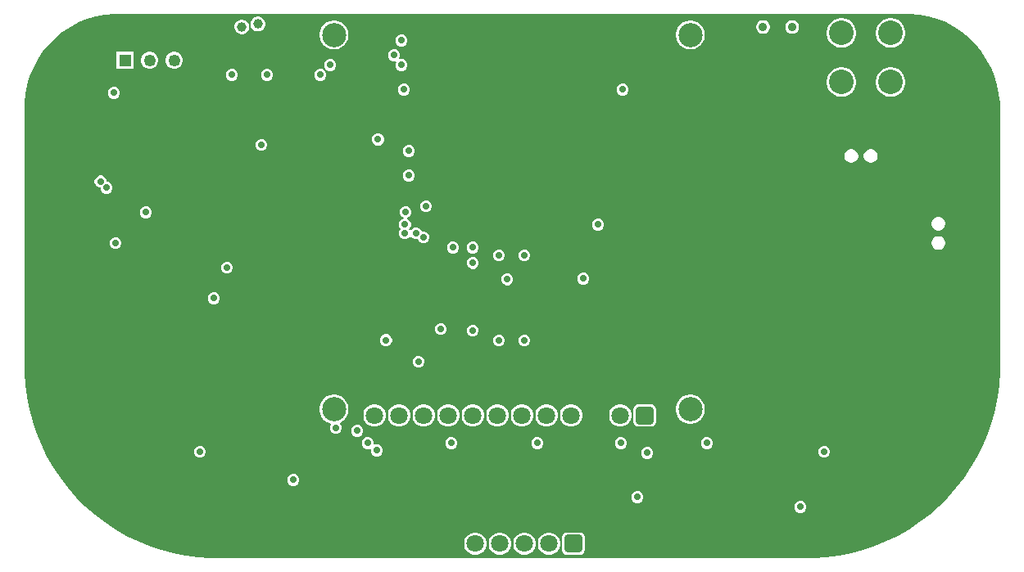
<source format=gbr>
%TF.GenerationSoftware,Altium Limited,Altium Designer,23.8.1 (32)*%
G04 Layer_Physical_Order=2*
G04 Layer_Color=36540*
%FSLAX26Y26*%
%MOIN*%
%TF.SameCoordinates,3D9DC474-E985-4460-AF93-8E70B63C00C8*%
%TF.FilePolarity,Positive*%
%TF.FileFunction,Copper,L2,Inr,Signal*%
%TF.Part,Single*%
G01*
G75*
%TA.AperFunction,ComponentPad*%
%ADD51C,0.049213*%
%ADD52R,0.049213X0.049213*%
%ADD53C,0.100000*%
%ADD54C,0.070866*%
G04:AMPARAMS|DCode=55|XSize=70.866mil|YSize=70.866mil|CornerRadius=8.858mil|HoleSize=0mil|Usage=FLASHONLY|Rotation=180.000|XOffset=0mil|YOffset=0mil|HoleType=Round|Shape=RoundedRectangle|*
%AMROUNDEDRECTD55*
21,1,0.070866,0.053150,0,0,180.0*
21,1,0.053150,0.070866,0,0,180.0*
1,1,0.017716,-0.026575,0.026575*
1,1,0.017716,0.026575,0.026575*
1,1,0.017716,0.026575,-0.026575*
1,1,0.017716,-0.026575,-0.026575*
%
%ADD55ROUNDEDRECTD55*%
%ADD58C,0.039370*%
%ADD59C,0.035430*%
%TA.AperFunction,ViaPad*%
%ADD60C,0.028000*%
%ADD61C,0.098425*%
G36*
X1656517Y1106002D02*
X1693588Y1098628D01*
X1729761Y1087655D01*
X1764682Y1073190D01*
X1798017Y1055372D01*
X1829446Y1034372D01*
X1858665Y1010392D01*
X1885392Y983665D01*
X1909372Y954446D01*
X1930372Y923017D01*
X1948190Y889681D01*
X1962655Y854761D01*
X1973628Y818588D01*
X1981002Y781517D01*
X1984707Y743900D01*
Y725000D01*
Y-325000D01*
Y-350688D01*
X1981346Y-401956D01*
X1974640Y-452895D01*
X1964617Y-503283D01*
X1951320Y-552910D01*
X1934804Y-601562D01*
X1915144Y-649027D01*
X1892419Y-695107D01*
X1866731Y-739601D01*
X1838188Y-782319D01*
X1806912Y-823079D01*
X1773035Y-861708D01*
X1736707Y-898036D01*
X1698080Y-931911D01*
X1657319Y-963188D01*
X1614600Y-991731D01*
X1570107Y-1017420D01*
X1524027Y-1040144D01*
X1476562Y-1059805D01*
X1427910Y-1076320D01*
X1378283Y-1089617D01*
X1327895Y-1099640D01*
X1276956Y-1106346D01*
X1225688Y-1109707D01*
X-1225688D01*
X-1276956Y-1106346D01*
X-1327895Y-1099640D01*
X-1378283Y-1089617D01*
X-1427910Y-1076320D01*
X-1476562Y-1059805D01*
X-1524027Y-1040144D01*
X-1570107Y-1017420D01*
X-1614601Y-991731D01*
X-1657319Y-963188D01*
X-1698079Y-931912D01*
X-1736708Y-898035D01*
X-1773036Y-861707D01*
X-1806911Y-823080D01*
X-1838188Y-782319D01*
X-1866732Y-739600D01*
X-1892420Y-695107D01*
X-1915144Y-649027D01*
X-1934805Y-601562D01*
X-1951320Y-552911D01*
X-1964617Y-503283D01*
X-1974640Y-452895D01*
X-1981346Y-401956D01*
X-1984707Y-350688D01*
Y-325000D01*
Y725000D01*
Y743899D01*
X-1981002Y781517D01*
X-1973628Y818588D01*
X-1962655Y854761D01*
X-1948190Y889682D01*
X-1930372Y923017D01*
X-1909372Y954446D01*
X-1885392Y983665D01*
X-1858665Y1010392D01*
X-1829446Y1034372D01*
X-1798017Y1055372D01*
X-1764681Y1073190D01*
X-1729761Y1087655D01*
X-1693588Y1098628D01*
X-1656517Y1106002D01*
X-1618900Y1109707D01*
X1618899D01*
X1656517Y1106002D01*
D02*
G37*
%LPC*%
G36*
X-1030812Y1096495D02*
X-1038628D01*
X-1046178Y1094472D01*
X-1052947Y1090564D01*
X-1058474Y1085037D01*
X-1062382Y1078268D01*
X-1064405Y1070718D01*
Y1062902D01*
X-1062382Y1055352D01*
X-1058474Y1048583D01*
X-1052947Y1043056D01*
X-1046178Y1039148D01*
X-1038628Y1037125D01*
X-1030812D01*
X-1023262Y1039148D01*
X-1016493Y1043056D01*
X-1010966Y1048583D01*
X-1007058Y1055352D01*
X-1005035Y1062902D01*
Y1070718D01*
X-1007058Y1078268D01*
X-1010966Y1085037D01*
X-1016493Y1090564D01*
X-1023262Y1094472D01*
X-1030812Y1096495D01*
D02*
G37*
G36*
X1142709Y1082715D02*
X1135411D01*
X1128362Y1080826D01*
X1122043Y1077178D01*
X1116882Y1072017D01*
X1113234Y1065698D01*
X1111345Y1058649D01*
Y1051351D01*
X1113234Y1044302D01*
X1116882Y1037983D01*
X1122043Y1032822D01*
X1128362Y1029174D01*
X1135411Y1027285D01*
X1142709D01*
X1149758Y1029174D01*
X1156077Y1032822D01*
X1161238Y1037983D01*
X1164886Y1044302D01*
X1166775Y1051351D01*
Y1058649D01*
X1164886Y1065698D01*
X1161238Y1072017D01*
X1156077Y1077178D01*
X1149758Y1080826D01*
X1142709Y1082715D01*
D02*
G37*
G36*
X1024589D02*
X1017291D01*
X1010242Y1080826D01*
X1003923Y1077178D01*
X998762Y1072017D01*
X995114Y1065698D01*
X993225Y1058649D01*
Y1051351D01*
X995114Y1044302D01*
X998762Y1037983D01*
X1003923Y1032822D01*
X1010242Y1029174D01*
X1017291Y1027285D01*
X1024589D01*
X1031638Y1029174D01*
X1037957Y1032822D01*
X1043118Y1037983D01*
X1046766Y1044302D01*
X1048655Y1051351D01*
Y1058649D01*
X1046766Y1065698D01*
X1043118Y1072017D01*
X1037957Y1077178D01*
X1031638Y1080826D01*
X1024589Y1082715D01*
D02*
G37*
G36*
X-1095776Y1084685D02*
X-1103592D01*
X-1111142Y1082662D01*
X-1117911Y1078754D01*
X-1123438Y1073227D01*
X-1127346Y1066458D01*
X-1129369Y1058908D01*
Y1051092D01*
X-1127346Y1043542D01*
X-1123438Y1036773D01*
X-1117911Y1031246D01*
X-1111142Y1027338D01*
X-1103592Y1025315D01*
X-1095776D01*
X-1088226Y1027338D01*
X-1081457Y1031246D01*
X-1075930Y1036773D01*
X-1072022Y1043542D01*
X-1069999Y1051092D01*
Y1058908D01*
X-1072022Y1066458D01*
X-1075930Y1073227D01*
X-1081457Y1078754D01*
X-1088226Y1082662D01*
X-1095776Y1084685D01*
D02*
G37*
G36*
X-445226Y1024000D02*
X-454774D01*
X-463595Y1020346D01*
X-470346Y1013595D01*
X-474000Y1004774D01*
Y995226D01*
X-470346Y986405D01*
X-463595Y979654D01*
X-454774Y976000D01*
X-445226D01*
X-436405Y979654D01*
X-429654Y986405D01*
X-426000Y995226D01*
Y1004774D01*
X-429654Y1013595D01*
X-436405Y1020346D01*
X-445226Y1024000D01*
D02*
G37*
G36*
X1545909Y1090000D02*
X1534091D01*
X1522499Y1087694D01*
X1511579Y1083171D01*
X1501752Y1076605D01*
X1493395Y1068248D01*
X1486829Y1058421D01*
X1482306Y1047501D01*
X1480000Y1035909D01*
Y1024091D01*
X1482306Y1012499D01*
X1486829Y1001579D01*
X1493395Y991752D01*
X1501752Y983395D01*
X1511579Y976829D01*
X1522499Y972306D01*
X1534091Y970000D01*
X1545909D01*
X1557501Y972306D01*
X1568421Y976829D01*
X1578248Y983395D01*
X1586605Y991752D01*
X1593171Y1001579D01*
X1597694Y1012499D01*
X1600000Y1024091D01*
Y1035909D01*
X1597694Y1047501D01*
X1593171Y1058421D01*
X1586605Y1068248D01*
X1578248Y1076605D01*
X1568421Y1083171D01*
X1557501Y1087694D01*
X1545909Y1090000D01*
D02*
G37*
G36*
X1345909D02*
X1334091D01*
X1322499Y1087694D01*
X1311579Y1083171D01*
X1301752Y1076605D01*
X1293395Y1068248D01*
X1286829Y1058421D01*
X1282306Y1047501D01*
X1280000Y1035909D01*
Y1024091D01*
X1282306Y1012499D01*
X1286829Y1001579D01*
X1293395Y991752D01*
X1301752Y983395D01*
X1311579Y976829D01*
X1322499Y972306D01*
X1334091Y970000D01*
X1345909D01*
X1357501Y972306D01*
X1368421Y976829D01*
X1378248Y983395D01*
X1386605Y991752D01*
X1393171Y1001579D01*
X1397694Y1012499D01*
X1400000Y1024091D01*
Y1035909D01*
X1397694Y1047501D01*
X1393171Y1058421D01*
X1386605Y1068248D01*
X1378248Y1076605D01*
X1368421Y1083171D01*
X1357501Y1087694D01*
X1345909Y1090000D01*
D02*
G37*
G36*
X730832Y1081713D02*
X719168D01*
X707728Y1079437D01*
X696952Y1074974D01*
X687254Y1068493D01*
X679007Y1060246D01*
X672527Y1050548D01*
X668063Y1039772D01*
X665787Y1028332D01*
Y1016668D01*
X668063Y1005228D01*
X672527Y994452D01*
X679007Y984754D01*
X687254Y976507D01*
X696952Y970027D01*
X707728Y965563D01*
X719168Y963287D01*
X730832D01*
X742272Y965563D01*
X753048Y970027D01*
X762746Y976507D01*
X770993Y984754D01*
X777473Y994452D01*
X781937Y1005228D01*
X784213Y1016668D01*
Y1028332D01*
X781937Y1039772D01*
X777473Y1050548D01*
X770993Y1060246D01*
X762746Y1068493D01*
X753048Y1074974D01*
X742272Y1079437D01*
X730832Y1081713D01*
D02*
G37*
G36*
X-719168D02*
X-730832D01*
X-742272Y1079437D01*
X-753048Y1074974D01*
X-762746Y1068493D01*
X-770993Y1060246D01*
X-777473Y1050548D01*
X-781937Y1039772D01*
X-784213Y1028332D01*
Y1016668D01*
X-781937Y1005228D01*
X-777473Y994452D01*
X-770993Y984754D01*
X-762746Y976507D01*
X-753048Y970027D01*
X-742272Y965563D01*
X-730832Y963287D01*
X-719168D01*
X-707728Y965563D01*
X-696952Y970027D01*
X-687254Y976507D01*
X-679007Y984754D01*
X-672527Y994452D01*
X-668063Y1005228D01*
X-665787Y1016668D01*
Y1028332D01*
X-668063Y1039772D01*
X-672527Y1050548D01*
X-679007Y1060246D01*
X-687254Y1068493D01*
X-696952Y1074974D01*
X-707728Y1079437D01*
X-719168Y1081713D01*
D02*
G37*
G36*
X-1370444Y954016D02*
X-1379556D01*
X-1388358Y951657D01*
X-1396249Y947101D01*
X-1402692Y940658D01*
X-1407248Y932767D01*
X-1409606Y923966D01*
Y914854D01*
X-1407248Y906052D01*
X-1402692Y898161D01*
X-1396249Y891718D01*
X-1388358Y887162D01*
X-1379556Y884803D01*
X-1370444D01*
X-1361642Y887162D01*
X-1353751Y891718D01*
X-1347308Y898161D01*
X-1342752Y906052D01*
X-1340394Y914854D01*
Y923966D01*
X-1342752Y932767D01*
X-1347308Y940658D01*
X-1353751Y947101D01*
X-1361642Y951657D01*
X-1370444Y954016D01*
D02*
G37*
G36*
X-1470444D02*
X-1479556D01*
X-1488358Y951657D01*
X-1496249Y947101D01*
X-1502692Y940658D01*
X-1507248Y932767D01*
X-1509606Y923966D01*
Y914854D01*
X-1507248Y906052D01*
X-1502692Y898161D01*
X-1496249Y891718D01*
X-1488358Y887162D01*
X-1479556Y884803D01*
X-1470444D01*
X-1461642Y887162D01*
X-1453751Y891718D01*
X-1447308Y898161D01*
X-1442752Y906052D01*
X-1440394Y914854D01*
Y923966D01*
X-1442752Y932767D01*
X-1447308Y940658D01*
X-1453751Y947101D01*
X-1461642Y951657D01*
X-1470444Y954016D01*
D02*
G37*
G36*
X-1540394D02*
X-1609606D01*
Y884803D01*
X-1540394D01*
Y954016D01*
D02*
G37*
G36*
X-475226Y964000D02*
X-484774D01*
X-493595Y960346D01*
X-500346Y953595D01*
X-504000Y944774D01*
Y935226D01*
X-500346Y926405D01*
X-493595Y919654D01*
X-484774Y916000D01*
X-475226D01*
X-474169Y916438D01*
X-473495Y915937D01*
X-470839Y912405D01*
X-474000Y904774D01*
Y895226D01*
X-470346Y886405D01*
X-463595Y879654D01*
X-454774Y876000D01*
X-445226D01*
X-436405Y879654D01*
X-429654Y886405D01*
X-426000Y895226D01*
Y904774D01*
X-429654Y913595D01*
X-436405Y920346D01*
X-445226Y924000D01*
X-454774D01*
X-455831Y923562D01*
X-456505Y924063D01*
X-459161Y927595D01*
X-456000Y935226D01*
Y944774D01*
X-459654Y953595D01*
X-466405Y960346D01*
X-475226Y964000D01*
D02*
G37*
G36*
X-735226Y924000D02*
X-744774D01*
X-753595Y920346D01*
X-760346Y913595D01*
X-764000Y904774D01*
Y895226D01*
X-760346Y886405D01*
X-753595Y879654D01*
X-744774Y876000D01*
X-735226D01*
X-726405Y879654D01*
X-719654Y886405D01*
X-716000Y895226D01*
Y904774D01*
X-719654Y913595D01*
X-726405Y920346D01*
X-735226Y924000D01*
D02*
G37*
G36*
X-775344Y884000D02*
X-784892D01*
X-793713Y880346D01*
X-800464Y873595D01*
X-804118Y864774D01*
Y855226D01*
X-800464Y846405D01*
X-793713Y839654D01*
X-784892Y836000D01*
X-775344D01*
X-766523Y839654D01*
X-759772Y846405D01*
X-756118Y855226D01*
Y864774D01*
X-759772Y873595D01*
X-766523Y880346D01*
X-775344Y884000D01*
D02*
G37*
G36*
X-992546D02*
X-1002094D01*
X-1010915Y880346D01*
X-1017666Y873595D01*
X-1021320Y864774D01*
Y855226D01*
X-1017666Y846405D01*
X-1010915Y839654D01*
X-1002094Y836000D01*
X-992546D01*
X-983725Y839654D01*
X-976974Y846405D01*
X-973320Y855226D01*
Y864774D01*
X-976974Y873595D01*
X-983725Y880346D01*
X-992546Y884000D01*
D02*
G37*
G36*
X-1135226D02*
X-1144774D01*
X-1153595Y880346D01*
X-1160346Y873595D01*
X-1164000Y864774D01*
Y855226D01*
X-1160346Y846405D01*
X-1153595Y839654D01*
X-1144774Y836000D01*
X-1135226D01*
X-1126405Y839654D01*
X-1119654Y846405D01*
X-1116000Y855226D01*
Y864774D01*
X-1119654Y873595D01*
X-1126405Y880346D01*
X-1135226Y884000D01*
D02*
G37*
G36*
X454774Y824000D02*
X445226D01*
X436405Y820346D01*
X429654Y813595D01*
X426000Y804774D01*
Y795226D01*
X429654Y786405D01*
X436405Y779654D01*
X445226Y776000D01*
X454774D01*
X463595Y779654D01*
X470346Y786405D01*
X474000Y795226D01*
Y804774D01*
X470346Y813595D01*
X463595Y820346D01*
X454774Y824000D01*
D02*
G37*
G36*
X-434954D02*
X-444502D01*
X-453323Y820346D01*
X-460074Y813595D01*
X-463728Y804774D01*
Y795226D01*
X-460074Y786405D01*
X-453323Y779654D01*
X-444502Y776000D01*
X-434954D01*
X-426133Y779654D01*
X-419382Y786405D01*
X-415728Y795226D01*
Y804774D01*
X-419382Y813595D01*
X-426133Y820346D01*
X-434954Y824000D01*
D02*
G37*
G36*
X1545909Y890000D02*
X1534091D01*
X1522499Y887694D01*
X1511579Y883171D01*
X1501752Y876605D01*
X1493395Y868248D01*
X1486829Y858421D01*
X1482306Y847501D01*
X1480000Y835909D01*
Y824091D01*
X1482306Y812499D01*
X1486829Y801579D01*
X1493395Y791752D01*
X1501752Y783395D01*
X1511579Y776829D01*
X1522499Y772306D01*
X1534091Y770000D01*
X1545909D01*
X1557501Y772306D01*
X1568421Y776829D01*
X1578248Y783395D01*
X1586605Y791752D01*
X1593171Y801579D01*
X1597694Y812499D01*
X1600000Y824091D01*
Y835909D01*
X1597694Y847501D01*
X1593171Y858421D01*
X1586605Y868248D01*
X1578248Y876605D01*
X1568421Y883171D01*
X1557501Y887694D01*
X1545909Y890000D01*
D02*
G37*
G36*
X1345909D02*
X1334091D01*
X1322499Y887694D01*
X1311579Y883171D01*
X1301752Y876605D01*
X1293395Y868248D01*
X1286829Y858421D01*
X1282306Y847501D01*
X1280000Y835909D01*
Y824091D01*
X1282306Y812499D01*
X1286829Y801579D01*
X1293395Y791752D01*
X1301752Y783395D01*
X1311579Y776829D01*
X1322499Y772306D01*
X1334091Y770000D01*
X1345909D01*
X1357501Y772306D01*
X1368421Y776829D01*
X1378248Y783395D01*
X1386605Y791752D01*
X1393171Y801579D01*
X1397694Y812499D01*
X1400000Y824091D01*
Y835909D01*
X1397694Y847501D01*
X1393171Y858421D01*
X1386605Y868248D01*
X1378248Y876605D01*
X1368421Y883171D01*
X1357501Y887694D01*
X1345909Y890000D01*
D02*
G37*
G36*
X-1615322Y810526D02*
X-1624870D01*
X-1633691Y806873D01*
X-1640442Y800121D01*
X-1644096Y791300D01*
Y781753D01*
X-1640442Y772932D01*
X-1633691Y766180D01*
X-1624870Y762526D01*
X-1615322D01*
X-1606501Y766180D01*
X-1599750Y772932D01*
X-1596096Y781753D01*
Y791300D01*
X-1599750Y800121D01*
X-1606501Y806873D01*
X-1615322Y810526D01*
D02*
G37*
G36*
X-540896Y620760D02*
X-550444D01*
X-559265Y617106D01*
X-566016Y610355D01*
X-569670Y601534D01*
Y591986D01*
X-566016Y583165D01*
X-559265Y576414D01*
X-550444Y572760D01*
X-540896D01*
X-532075Y576414D01*
X-525324Y583165D01*
X-521670Y591986D01*
Y601534D01*
X-525324Y610355D01*
X-532075Y617106D01*
X-540896Y620760D01*
D02*
G37*
G36*
X-1015226Y599000D02*
X-1024774D01*
X-1033595Y595346D01*
X-1040346Y588595D01*
X-1044000Y579774D01*
Y570226D01*
X-1040346Y561405D01*
X-1033595Y554654D01*
X-1024774Y551000D01*
X-1015226D01*
X-1006405Y554654D01*
X-999654Y561405D01*
X-996000Y570226D01*
Y579774D01*
X-999654Y588595D01*
X-1006405Y595346D01*
X-1015226Y599000D01*
D02*
G37*
G36*
X-415226Y574000D02*
X-424774D01*
X-433595Y570346D01*
X-440346Y563595D01*
X-444000Y554774D01*
Y545226D01*
X-440346Y536405D01*
X-433595Y529654D01*
X-424774Y526000D01*
X-415226D01*
X-406405Y529654D01*
X-399654Y536405D01*
X-396000Y545226D01*
Y554774D01*
X-399654Y563595D01*
X-406405Y570346D01*
X-415226Y574000D01*
D02*
G37*
G36*
X1462389Y557045D02*
X1455091D01*
X1448042Y555156D01*
X1441723Y551508D01*
X1436562Y546347D01*
X1432914Y540028D01*
X1431025Y532979D01*
Y525681D01*
X1432914Y518632D01*
X1436562Y512313D01*
X1441723Y507152D01*
X1448042Y503504D01*
X1455091Y501615D01*
X1462389D01*
X1469438Y503504D01*
X1475757Y507152D01*
X1480918Y512313D01*
X1484566Y518632D01*
X1486455Y525681D01*
Y532979D01*
X1484566Y540028D01*
X1480918Y546347D01*
X1475757Y551508D01*
X1469438Y555156D01*
X1462389Y557045D01*
D02*
G37*
G36*
X1383649D02*
X1376351D01*
X1369302Y555156D01*
X1362983Y551508D01*
X1357822Y546347D01*
X1354174Y540028D01*
X1352285Y532979D01*
Y525681D01*
X1354174Y518632D01*
X1357822Y512313D01*
X1362983Y507152D01*
X1369302Y503504D01*
X1376351Y501615D01*
X1383649D01*
X1390698Y503504D01*
X1397017Y507152D01*
X1402178Y512313D01*
X1405826Y518632D01*
X1407715Y525681D01*
Y532979D01*
X1405826Y540028D01*
X1402178Y546347D01*
X1397017Y551508D01*
X1390698Y555156D01*
X1383649Y557045D01*
D02*
G37*
G36*
X-415226Y474000D02*
X-424774D01*
X-433595Y470346D01*
X-440346Y463595D01*
X-444000Y454774D01*
Y445226D01*
X-440346Y436405D01*
X-433595Y429654D01*
X-424774Y426000D01*
X-415226D01*
X-406405Y429654D01*
X-399654Y436405D01*
X-396000Y445226D01*
Y454774D01*
X-399654Y463595D01*
X-406405Y470346D01*
X-415226Y474000D01*
D02*
G37*
G36*
X-1670226Y449900D02*
X-1679774D01*
X-1688595Y446246D01*
X-1695346Y439495D01*
X-1699000Y430674D01*
Y421126D01*
X-1695346Y412305D01*
X-1688595Y405554D01*
X-1679774Y401900D01*
X-1674000D01*
Y395226D01*
X-1670346Y386405D01*
X-1663595Y379654D01*
X-1654774Y376000D01*
X-1645226D01*
X-1636405Y379654D01*
X-1629654Y386405D01*
X-1626000Y395226D01*
Y404774D01*
X-1629654Y413595D01*
X-1636405Y420346D01*
X-1645226Y424000D01*
X-1651000D01*
Y430674D01*
X-1654654Y439495D01*
X-1661405Y446246D01*
X-1670226Y449900D01*
D02*
G37*
G36*
X-345226Y348686D02*
X-354774D01*
X-363595Y345032D01*
X-370346Y338281D01*
X-374000Y329460D01*
Y319912D01*
X-370346Y311091D01*
X-363595Y304339D01*
X-354774Y300686D01*
X-345226D01*
X-336405Y304339D01*
X-329654Y311091D01*
X-326000Y319912D01*
Y329460D01*
X-329654Y338281D01*
X-336405Y345032D01*
X-345226Y348686D01*
D02*
G37*
G36*
X-1485226Y324000D02*
X-1494774D01*
X-1503595Y320346D01*
X-1510346Y313595D01*
X-1514000Y304774D01*
Y295226D01*
X-1510346Y286405D01*
X-1503595Y279654D01*
X-1494774Y276000D01*
X-1485226D01*
X-1476405Y279654D01*
X-1469654Y286405D01*
X-1466000Y295226D01*
Y304774D01*
X-1469654Y313595D01*
X-1476405Y320346D01*
X-1485226Y324000D01*
D02*
G37*
G36*
X1737979Y281455D02*
X1730681D01*
X1723632Y279566D01*
X1717313Y275918D01*
X1712152Y270757D01*
X1708504Y264438D01*
X1706615Y257389D01*
Y250091D01*
X1708504Y243042D01*
X1712152Y236723D01*
X1717313Y231562D01*
X1723632Y227914D01*
X1730681Y226025D01*
X1737979D01*
X1745028Y227914D01*
X1751347Y231562D01*
X1756508Y236723D01*
X1760156Y243042D01*
X1762045Y250091D01*
Y257389D01*
X1760156Y264438D01*
X1756508Y270757D01*
X1751347Y275918D01*
X1745028Y279566D01*
X1737979Y281455D01*
D02*
G37*
G36*
X354774Y274000D02*
X345226D01*
X336405Y270346D01*
X329654Y263595D01*
X326000Y254774D01*
Y245226D01*
X329654Y236405D01*
X336405Y229654D01*
X345226Y226000D01*
X354774D01*
X363595Y229654D01*
X370346Y236405D01*
X374000Y245226D01*
Y254774D01*
X370346Y263595D01*
X363595Y270346D01*
X354774Y274000D01*
D02*
G37*
G36*
X-428573Y325182D02*
X-438121D01*
X-446942Y321528D01*
X-453693Y314777D01*
X-457347Y305956D01*
Y296408D01*
X-453693Y287587D01*
X-446942Y280836D01*
X-441643Y278640D01*
X-441595Y278376D01*
X-442140Y273435D01*
X-449619Y270337D01*
X-456370Y263585D01*
X-460024Y254764D01*
Y245217D01*
X-456370Y236396D01*
X-451958Y231983D01*
X-456370Y227571D01*
X-460024Y218750D01*
Y209202D01*
X-456370Y200381D01*
X-449619Y193630D01*
X-440798Y189976D01*
X-431250D01*
X-422429Y193630D01*
X-416517Y199542D01*
X-413565Y200031D01*
X-410613Y199542D01*
X-404701Y193630D01*
X-395880Y189976D01*
X-386332D01*
X-383577Y191117D01*
X-381123Y185194D01*
X-374372Y178443D01*
X-365551Y174789D01*
X-356003D01*
X-347182Y178443D01*
X-340431Y185194D01*
X-336777Y194015D01*
Y203563D01*
X-340431Y212384D01*
X-347182Y219135D01*
X-356003Y222789D01*
X-365551D01*
X-368306Y221648D01*
X-370760Y227571D01*
X-377511Y234322D01*
X-386332Y237976D01*
X-395880D01*
X-404701Y234322D01*
X-410613Y228410D01*
X-413565Y227921D01*
X-416517Y228410D01*
X-420090Y231983D01*
X-415678Y236396D01*
X-412024Y245217D01*
Y254764D01*
X-415678Y263585D01*
X-422429Y270337D01*
X-427728Y272532D01*
X-427776Y272796D01*
X-427231Y277738D01*
X-419752Y280836D01*
X-413001Y287587D01*
X-409347Y296408D01*
Y305956D01*
X-413001Y314777D01*
X-419752Y321528D01*
X-428573Y325182D01*
D02*
G37*
G36*
X-1608616Y199000D02*
X-1618164D01*
X-1626985Y195346D01*
X-1633736Y188595D01*
X-1637390Y179774D01*
Y170226D01*
X-1633736Y161405D01*
X-1626985Y154654D01*
X-1618164Y151000D01*
X-1608616D01*
X-1599795Y154654D01*
X-1593044Y161405D01*
X-1589390Y170226D01*
Y179774D01*
X-1593044Y188595D01*
X-1599795Y195346D01*
X-1608616Y199000D01*
D02*
G37*
G36*
X1737979Y202715D02*
X1730681D01*
X1723632Y200826D01*
X1717313Y197178D01*
X1712152Y192017D01*
X1708504Y185698D01*
X1706615Y178649D01*
Y171351D01*
X1708504Y164302D01*
X1712152Y157983D01*
X1717313Y152822D01*
X1723632Y149174D01*
X1730681Y147285D01*
X1737979D01*
X1745028Y149174D01*
X1751347Y152822D01*
X1756508Y157983D01*
X1760156Y164302D01*
X1762045Y171351D01*
Y178649D01*
X1760156Y185698D01*
X1756508Y192017D01*
X1751347Y197178D01*
X1745028Y200826D01*
X1737979Y202715D01*
D02*
G37*
G36*
X-155226Y180496D02*
X-164774D01*
X-173595Y176842D01*
X-180346Y170091D01*
X-184000Y161270D01*
Y151722D01*
X-180346Y142901D01*
X-173595Y136150D01*
X-164774Y132496D01*
X-155226D01*
X-146405Y136150D01*
X-139654Y142901D01*
X-136000Y151722D01*
Y161270D01*
X-139654Y170091D01*
X-146405Y176842D01*
X-155226Y180496D01*
D02*
G37*
G36*
X-236394D02*
X-245942D01*
X-254763Y176842D01*
X-261514Y170091D01*
X-265168Y161270D01*
Y151722D01*
X-261514Y142901D01*
X-254763Y136150D01*
X-245942Y132496D01*
X-236394D01*
X-227573Y136150D01*
X-220822Y142901D01*
X-217168Y151722D01*
Y161270D01*
X-220822Y170091D01*
X-227573Y176842D01*
X-236394Y180496D01*
D02*
G37*
G36*
X54774Y149000D02*
X45226D01*
X36405Y145346D01*
X29654Y138595D01*
X26000Y129774D01*
Y120226D01*
X29654Y111405D01*
X36405Y104654D01*
X45226Y101000D01*
X54774D01*
X63595Y104654D01*
X70346Y111405D01*
X74000Y120226D01*
Y129774D01*
X70346Y138595D01*
X63595Y145346D01*
X54774Y149000D01*
D02*
G37*
G36*
X-48376D02*
X-57924D01*
X-66745Y145346D01*
X-73496Y138595D01*
X-77150Y129774D01*
Y120226D01*
X-73496Y111405D01*
X-66745Y104654D01*
X-57924Y101000D01*
X-48376D01*
X-39555Y104654D01*
X-32804Y111405D01*
X-29150Y120226D01*
Y129774D01*
X-32804Y138595D01*
X-39555Y145346D01*
X-48376Y149000D01*
D02*
G37*
G36*
X-155226Y117504D02*
X-164774D01*
X-173595Y113850D01*
X-180346Y107099D01*
X-184000Y98278D01*
Y88730D01*
X-180346Y79909D01*
X-173595Y73158D01*
X-164774Y69504D01*
X-155226D01*
X-146405Y73158D01*
X-139654Y79909D01*
X-136000Y88730D01*
Y98278D01*
X-139654Y107099D01*
X-146405Y113850D01*
X-155226Y117504D01*
D02*
G37*
G36*
X-1155226Y99000D02*
X-1164774D01*
X-1173595Y95346D01*
X-1180346Y88595D01*
X-1184000Y79774D01*
Y70226D01*
X-1180346Y61405D01*
X-1173595Y54654D01*
X-1164774Y51000D01*
X-1155226D01*
X-1146405Y54654D01*
X-1139654Y61405D01*
X-1136000Y70226D01*
Y79774D01*
X-1139654Y88595D01*
X-1146405Y95346D01*
X-1155226Y99000D01*
D02*
G37*
G36*
X294774Y54000D02*
X285226D01*
X276405Y50346D01*
X269654Y43595D01*
X266000Y34774D01*
Y25226D01*
X269654Y16405D01*
X276405Y9654D01*
X285226Y6000D01*
X294774D01*
X303595Y9654D01*
X310346Y16405D01*
X314000Y25226D01*
Y34774D01*
X310346Y43595D01*
X303595Y50346D01*
X294774Y54000D01*
D02*
G37*
G36*
X-14916Y50890D02*
X-24464D01*
X-33285Y47236D01*
X-40036Y40485D01*
X-43690Y31664D01*
Y22116D01*
X-40036Y13295D01*
X-33285Y6544D01*
X-24464Y2890D01*
X-14916D01*
X-6095Y6544D01*
X656Y13295D01*
X4310Y22116D01*
Y31664D01*
X656Y40485D01*
X-6095Y47236D01*
X-14916Y50890D01*
D02*
G37*
G36*
X-1208616Y-26000D02*
X-1218164D01*
X-1226985Y-29654D01*
X-1233736Y-36405D01*
X-1237390Y-45226D01*
Y-54774D01*
X-1233736Y-63595D01*
X-1226985Y-70346D01*
X-1218164Y-74000D01*
X-1208616D01*
X-1199795Y-70346D01*
X-1193044Y-63595D01*
X-1189390Y-54774D01*
Y-45226D01*
X-1193044Y-36405D01*
X-1199795Y-29654D01*
X-1208616Y-26000D01*
D02*
G37*
G36*
X-285226Y-152102D02*
X-294774D01*
X-303595Y-155756D01*
X-310346Y-162507D01*
X-314000Y-171328D01*
Y-180876D01*
X-310346Y-189697D01*
X-303595Y-196448D01*
X-294774Y-200102D01*
X-285226D01*
X-276405Y-196448D01*
X-269654Y-189697D01*
X-266000Y-180876D01*
Y-171328D01*
X-269654Y-162507D01*
X-276405Y-155756D01*
X-285226Y-152102D01*
D02*
G37*
G36*
X-155226Y-157496D02*
X-164774D01*
X-173595Y-161150D01*
X-180346Y-167901D01*
X-184000Y-176722D01*
Y-186270D01*
X-180346Y-195091D01*
X-173595Y-201842D01*
X-164774Y-205496D01*
X-155226D01*
X-146405Y-201842D01*
X-139654Y-195091D01*
X-136000Y-186270D01*
Y-176722D01*
X-139654Y-167901D01*
X-146405Y-161150D01*
X-155226Y-157496D01*
D02*
G37*
G36*
X-508022Y-196482D02*
X-517570D01*
X-526391Y-200136D01*
X-533142Y-206887D01*
X-536796Y-215708D01*
Y-225256D01*
X-533142Y-234077D01*
X-526391Y-240828D01*
X-517570Y-244482D01*
X-508022D01*
X-499201Y-240828D01*
X-492450Y-234077D01*
X-488796Y-225256D01*
Y-215708D01*
X-492450Y-206887D01*
X-499201Y-200136D01*
X-508022Y-196482D01*
D02*
G37*
G36*
X54774Y-197850D02*
X45226D01*
X36405Y-201504D01*
X29654Y-208255D01*
X26000Y-217076D01*
Y-226624D01*
X29654Y-235445D01*
X36405Y-242196D01*
X45226Y-245850D01*
X54774D01*
X63595Y-242196D01*
X70346Y-235445D01*
X74000Y-226624D01*
Y-217076D01*
X70346Y-208255D01*
X63595Y-201504D01*
X54774Y-197850D01*
D02*
G37*
G36*
X-48376D02*
X-57924D01*
X-66745Y-201504D01*
X-73496Y-208255D01*
X-77150Y-217076D01*
Y-226624D01*
X-73496Y-235445D01*
X-66745Y-242196D01*
X-57924Y-245850D01*
X-48376D01*
X-39555Y-242196D01*
X-32804Y-235445D01*
X-29150Y-226624D01*
Y-217076D01*
X-32804Y-208255D01*
X-39555Y-201504D01*
X-48376Y-197850D01*
D02*
G37*
G36*
X-376722Y-284090D02*
X-386270D01*
X-395091Y-287744D01*
X-401842Y-294495D01*
X-405496Y-303316D01*
Y-312864D01*
X-401842Y-321685D01*
X-395091Y-328436D01*
X-386270Y-332090D01*
X-376722D01*
X-367901Y-328436D01*
X-361150Y-321685D01*
X-357496Y-312864D01*
Y-303316D01*
X-361150Y-294495D01*
X-367901Y-287744D01*
X-376722Y-284090D01*
D02*
G37*
G36*
X730832Y-443287D02*
X719168D01*
X707728Y-445563D01*
X696952Y-450026D01*
X687254Y-456507D01*
X679007Y-464754D01*
X672527Y-474452D01*
X668063Y-485228D01*
X665787Y-496668D01*
Y-508332D01*
X668063Y-519772D01*
X672527Y-530548D01*
X679007Y-540246D01*
X687254Y-548493D01*
X696952Y-554973D01*
X707728Y-559437D01*
X719168Y-561713D01*
X730832D01*
X742272Y-559437D01*
X753048Y-554973D01*
X762746Y-548493D01*
X770993Y-540246D01*
X777473Y-530548D01*
X781937Y-519772D01*
X784213Y-508332D01*
Y-496668D01*
X781937Y-485228D01*
X777473Y-474452D01*
X770993Y-464754D01*
X762746Y-456507D01*
X753048Y-450026D01*
X742272Y-445563D01*
X730832Y-443287D01*
D02*
G37*
G36*
X445981Y-482067D02*
X434019D01*
X422464Y-485163D01*
X412103Y-491145D01*
X403645Y-499603D01*
X397663Y-509964D01*
X394567Y-521519D01*
Y-533481D01*
X397663Y-545037D01*
X403645Y-555396D01*
X412103Y-563855D01*
X422464Y-569837D01*
X434019Y-572933D01*
X445981D01*
X457536Y-569837D01*
X467897Y-563855D01*
X476355Y-555396D01*
X482337Y-545037D01*
X485433Y-533481D01*
Y-521519D01*
X482337Y-509964D01*
X476355Y-499603D01*
X467897Y-491145D01*
X457536Y-485163D01*
X445981Y-482067D01*
D02*
G37*
G36*
X245981D02*
X234019D01*
X222464Y-485163D01*
X212103Y-491145D01*
X203645Y-499603D01*
X197663Y-509964D01*
X194567Y-521519D01*
Y-533481D01*
X197663Y-545037D01*
X203645Y-555396D01*
X212103Y-563855D01*
X222464Y-569837D01*
X234019Y-572933D01*
X245981D01*
X257536Y-569837D01*
X267897Y-563855D01*
X276355Y-555396D01*
X282337Y-545037D01*
X285433Y-533481D01*
Y-521519D01*
X282337Y-509964D01*
X276355Y-499603D01*
X267897Y-491145D01*
X257536Y-485163D01*
X245981Y-482067D01*
D02*
G37*
G36*
X145981D02*
X134019D01*
X122463Y-485163D01*
X112103Y-491145D01*
X103645Y-499603D01*
X97663Y-509964D01*
X94567Y-521519D01*
Y-533481D01*
X97663Y-545037D01*
X103645Y-555396D01*
X112103Y-563855D01*
X122463Y-569837D01*
X134019Y-572933D01*
X145981D01*
X157536Y-569837D01*
X167897Y-563855D01*
X176355Y-555396D01*
X182337Y-545037D01*
X185433Y-533481D01*
Y-521519D01*
X182337Y-509964D01*
X176355Y-499603D01*
X167897Y-491145D01*
X157536Y-485163D01*
X145981Y-482067D01*
D02*
G37*
G36*
X45981D02*
X34019D01*
X22463Y-485163D01*
X12104Y-491145D01*
X3645Y-499603D01*
X-2337Y-509964D01*
X-5433Y-521519D01*
Y-533481D01*
X-2337Y-545037D01*
X3645Y-555396D01*
X12104Y-563855D01*
X22463Y-569837D01*
X34019Y-572933D01*
X45981D01*
X57536Y-569837D01*
X67897Y-563855D01*
X76355Y-555396D01*
X82337Y-545037D01*
X85433Y-533481D01*
Y-521519D01*
X82337Y-509964D01*
X76355Y-499603D01*
X67897Y-491145D01*
X57536Y-485163D01*
X45981Y-482067D01*
D02*
G37*
G36*
X-54019D02*
X-65981D01*
X-77537Y-485163D01*
X-87897Y-491145D01*
X-96355Y-499603D01*
X-102337Y-509964D01*
X-105433Y-521519D01*
Y-533481D01*
X-102337Y-545037D01*
X-96355Y-555396D01*
X-87897Y-563855D01*
X-77537Y-569837D01*
X-65981Y-572933D01*
X-54019D01*
X-42464Y-569837D01*
X-32103Y-563855D01*
X-23645Y-555396D01*
X-17663Y-545037D01*
X-14567Y-533481D01*
Y-521519D01*
X-17663Y-509964D01*
X-23645Y-499603D01*
X-32103Y-491145D01*
X-42464Y-485163D01*
X-54019Y-482067D01*
D02*
G37*
G36*
X-154019D02*
X-165981D01*
X-177536Y-485163D01*
X-187897Y-491145D01*
X-196355Y-499603D01*
X-202337Y-509964D01*
X-205433Y-521519D01*
Y-533481D01*
X-202337Y-545037D01*
X-196355Y-555396D01*
X-187897Y-563855D01*
X-177536Y-569837D01*
X-165981Y-572933D01*
X-154019D01*
X-142464Y-569837D01*
X-132103Y-563855D01*
X-123645Y-555396D01*
X-117663Y-545037D01*
X-114567Y-533481D01*
Y-521519D01*
X-117663Y-509964D01*
X-123645Y-499603D01*
X-132103Y-491145D01*
X-142464Y-485163D01*
X-154019Y-482067D01*
D02*
G37*
G36*
X-254019D02*
X-265981D01*
X-277536Y-485163D01*
X-287897Y-491145D01*
X-296355Y-499603D01*
X-302337Y-509964D01*
X-305433Y-521519D01*
Y-533481D01*
X-302337Y-545037D01*
X-296355Y-555396D01*
X-287897Y-563855D01*
X-277536Y-569837D01*
X-265981Y-572933D01*
X-254019D01*
X-242464Y-569837D01*
X-232103Y-563855D01*
X-223645Y-555396D01*
X-217663Y-545037D01*
X-214567Y-533481D01*
Y-521519D01*
X-217663Y-509964D01*
X-223645Y-499603D01*
X-232103Y-491145D01*
X-242464Y-485163D01*
X-254019Y-482067D01*
D02*
G37*
G36*
X-354019D02*
X-365981D01*
X-377536Y-485163D01*
X-387897Y-491145D01*
X-396355Y-499603D01*
X-402337Y-509964D01*
X-405433Y-521519D01*
Y-533481D01*
X-402337Y-545037D01*
X-396355Y-555396D01*
X-387897Y-563855D01*
X-377536Y-569837D01*
X-365981Y-572933D01*
X-354019D01*
X-342464Y-569837D01*
X-332103Y-563855D01*
X-323645Y-555396D01*
X-317663Y-545037D01*
X-314567Y-533481D01*
Y-521519D01*
X-317663Y-509964D01*
X-323645Y-499603D01*
X-332103Y-491145D01*
X-342464Y-485163D01*
X-354019Y-482067D01*
D02*
G37*
G36*
X-454019D02*
X-465981D01*
X-477536Y-485163D01*
X-487897Y-491145D01*
X-496355Y-499603D01*
X-502337Y-509964D01*
X-505433Y-521519D01*
Y-533481D01*
X-502337Y-545037D01*
X-496355Y-555396D01*
X-487897Y-563855D01*
X-477536Y-569837D01*
X-465981Y-572933D01*
X-454019D01*
X-442464Y-569837D01*
X-432103Y-563855D01*
X-423645Y-555396D01*
X-417663Y-545037D01*
X-414567Y-533481D01*
Y-521519D01*
X-417663Y-509964D01*
X-423645Y-499603D01*
X-432103Y-491145D01*
X-442464Y-485163D01*
X-454019Y-482067D01*
D02*
G37*
G36*
X-554019D02*
X-565981D01*
X-577537Y-485163D01*
X-587896Y-491145D01*
X-596355Y-499603D01*
X-602337Y-509964D01*
X-605433Y-521519D01*
Y-533481D01*
X-602337Y-545037D01*
X-596355Y-555396D01*
X-587896Y-563855D01*
X-577537Y-569837D01*
X-565981Y-572933D01*
X-554019D01*
X-542463Y-569837D01*
X-532104Y-563855D01*
X-523645Y-555396D01*
X-517663Y-545037D01*
X-514567Y-533481D01*
Y-521519D01*
X-517663Y-509964D01*
X-523645Y-499603D01*
X-532104Y-491145D01*
X-542463Y-485163D01*
X-554019Y-482067D01*
D02*
G37*
G36*
X566575Y-481697D02*
X513425D01*
X506067Y-483161D01*
X499829Y-487329D01*
X495661Y-493567D01*
X494197Y-500925D01*
Y-554075D01*
X495661Y-561433D01*
X499829Y-567671D01*
X506067Y-571839D01*
X513425Y-573303D01*
X566575D01*
X573933Y-571839D01*
X580171Y-567671D01*
X584339Y-561433D01*
X585803Y-554075D01*
Y-500925D01*
X584339Y-493567D01*
X580171Y-487329D01*
X573933Y-483161D01*
X566575Y-481697D01*
D02*
G37*
G36*
X-719168Y-443287D02*
X-730832D01*
X-742272Y-445563D01*
X-753048Y-450026D01*
X-762746Y-456507D01*
X-770993Y-464754D01*
X-777473Y-474452D01*
X-781937Y-485228D01*
X-784213Y-496668D01*
Y-508332D01*
X-781937Y-519772D01*
X-777473Y-530548D01*
X-770993Y-540246D01*
X-762746Y-548493D01*
X-753048Y-554973D01*
X-742272Y-559437D01*
X-739417Y-560005D01*
X-737443Y-565495D01*
X-740438Y-572726D01*
Y-582274D01*
X-736785Y-591095D01*
X-730033Y-597846D01*
X-721212Y-601500D01*
X-711664D01*
X-702843Y-597846D01*
X-696092Y-591095D01*
X-692438Y-582274D01*
Y-572726D01*
X-696092Y-563905D01*
X-699478Y-560519D01*
X-698502Y-555615D01*
X-696952Y-554973D01*
X-687254Y-548493D01*
X-679007Y-540246D01*
X-672527Y-530548D01*
X-668063Y-519772D01*
X-665787Y-508332D01*
Y-496668D01*
X-668063Y-485228D01*
X-672527Y-474452D01*
X-679007Y-464754D01*
X-687254Y-456507D01*
X-696952Y-450026D01*
X-707728Y-445563D01*
X-719168Y-443287D01*
D02*
G37*
G36*
X-625226Y-566000D02*
X-634774D01*
X-643595Y-569654D01*
X-650346Y-576405D01*
X-654000Y-585226D01*
Y-594774D01*
X-650346Y-603595D01*
X-643595Y-610346D01*
X-634774Y-614000D01*
X-625226D01*
X-616405Y-610346D01*
X-609654Y-603595D01*
X-606000Y-594774D01*
Y-585226D01*
X-609654Y-576405D01*
X-616405Y-569654D01*
X-625226Y-566000D01*
D02*
G37*
G36*
X797028Y-616000D02*
X787480D01*
X778659Y-619654D01*
X771908Y-626405D01*
X768254Y-635226D01*
Y-644774D01*
X771908Y-653595D01*
X778659Y-660346D01*
X787480Y-664000D01*
X797028D01*
X805849Y-660346D01*
X812600Y-653595D01*
X816254Y-644774D01*
Y-635226D01*
X812600Y-626405D01*
X805849Y-619654D01*
X797028Y-616000D01*
D02*
G37*
G36*
X447028D02*
X437480D01*
X428659Y-619654D01*
X421908Y-626405D01*
X418254Y-635226D01*
Y-644774D01*
X421908Y-653595D01*
X428659Y-660346D01*
X437480Y-664000D01*
X447028D01*
X455849Y-660346D01*
X462600Y-653595D01*
X466254Y-644774D01*
Y-635226D01*
X462600Y-626405D01*
X455849Y-619654D01*
X447028Y-616000D01*
D02*
G37*
G36*
X107028D02*
X97480D01*
X88659Y-619654D01*
X81908Y-626405D01*
X78254Y-635226D01*
Y-644774D01*
X81908Y-653595D01*
X88659Y-660346D01*
X97480Y-664000D01*
X107028D01*
X115849Y-660346D01*
X122600Y-653595D01*
X126254Y-644774D01*
Y-635226D01*
X122600Y-626405D01*
X115849Y-619654D01*
X107028Y-616000D01*
D02*
G37*
G36*
X-242972D02*
X-252520D01*
X-261341Y-619654D01*
X-268092Y-626405D01*
X-271746Y-635226D01*
Y-644774D01*
X-268092Y-653595D01*
X-261341Y-660346D01*
X-252520Y-664000D01*
X-242972D01*
X-234151Y-660346D01*
X-227400Y-653595D01*
X-223746Y-644774D01*
Y-635226D01*
X-227400Y-626405D01*
X-234151Y-619654D01*
X-242972Y-616000D01*
D02*
G37*
G36*
X-582972D02*
X-592520D01*
X-601341Y-619654D01*
X-608092Y-626405D01*
X-611746Y-635226D01*
Y-644774D01*
X-608092Y-653595D01*
X-601341Y-660346D01*
X-592520Y-664000D01*
X-582972D01*
X-578062Y-661966D01*
X-575557Y-663976D01*
X-574000Y-665696D01*
Y-674774D01*
X-570346Y-683595D01*
X-563595Y-690346D01*
X-554774Y-694000D01*
X-545226D01*
X-536405Y-690346D01*
X-529654Y-683595D01*
X-526000Y-674774D01*
Y-665226D01*
X-529654Y-656405D01*
X-536405Y-649654D01*
X-545226Y-646000D01*
X-554774D01*
X-559684Y-648034D01*
X-562189Y-646024D01*
X-563746Y-644304D01*
Y-635226D01*
X-567400Y-626405D01*
X-574151Y-619654D01*
X-582972Y-616000D01*
D02*
G37*
G36*
X1274774Y-651000D02*
X1265226D01*
X1256405Y-654654D01*
X1249654Y-661405D01*
X1246000Y-670226D01*
Y-679774D01*
X1249654Y-688595D01*
X1256405Y-695346D01*
X1265226Y-699000D01*
X1274774D01*
X1283595Y-695346D01*
X1290346Y-688595D01*
X1294000Y-679774D01*
Y-670226D01*
X1290346Y-661405D01*
X1283595Y-654654D01*
X1274774Y-651000D01*
D02*
G37*
G36*
X-1265226D02*
X-1274774D01*
X-1283595Y-654654D01*
X-1290346Y-661405D01*
X-1294000Y-670226D01*
Y-679774D01*
X-1290346Y-688595D01*
X-1283595Y-695346D01*
X-1274774Y-699000D01*
X-1265226D01*
X-1256405Y-695346D01*
X-1249654Y-688595D01*
X-1246000Y-679774D01*
Y-670226D01*
X-1249654Y-661405D01*
X-1256405Y-654654D01*
X-1265226Y-651000D01*
D02*
G37*
G36*
X554774Y-656000D02*
X545226D01*
X536405Y-659654D01*
X529654Y-666405D01*
X526000Y-675226D01*
Y-684774D01*
X529654Y-693595D01*
X536405Y-700346D01*
X545226Y-704000D01*
X554774D01*
X563595Y-700346D01*
X570346Y-693595D01*
X574000Y-684774D01*
Y-675226D01*
X570346Y-666405D01*
X563595Y-659654D01*
X554774Y-656000D01*
D02*
G37*
G36*
X-885226Y-766000D02*
X-894774D01*
X-903595Y-769654D01*
X-910346Y-776405D01*
X-914000Y-785226D01*
Y-794774D01*
X-910346Y-803595D01*
X-903595Y-810346D01*
X-894774Y-814000D01*
X-885226D01*
X-876405Y-810346D01*
X-869654Y-803595D01*
X-866000Y-794774D01*
Y-785226D01*
X-869654Y-776405D01*
X-876405Y-769654D01*
X-885226Y-766000D01*
D02*
G37*
G36*
X514774Y-836000D02*
X505226D01*
X496405Y-839654D01*
X489654Y-846405D01*
X486000Y-855226D01*
Y-864774D01*
X489654Y-873595D01*
X496405Y-880346D01*
X505226Y-884000D01*
X514774D01*
X523595Y-880346D01*
X530346Y-873595D01*
X534000Y-864774D01*
Y-855226D01*
X530346Y-846405D01*
X523595Y-839654D01*
X514774Y-836000D01*
D02*
G37*
G36*
X1177754Y-876000D02*
X1168206D01*
X1159385Y-879654D01*
X1152634Y-886405D01*
X1148980Y-895226D01*
Y-904774D01*
X1152634Y-913595D01*
X1159385Y-920346D01*
X1168206Y-924000D01*
X1177754D01*
X1186575Y-920346D01*
X1193326Y-913595D01*
X1196980Y-904774D01*
Y-895226D01*
X1193326Y-886405D01*
X1186575Y-879654D01*
X1177754Y-876000D01*
D02*
G37*
G36*
X155982Y-1004567D02*
X144019D01*
X132464Y-1007663D01*
X122104Y-1013645D01*
X113645Y-1022104D01*
X107663Y-1032464D01*
X104567Y-1044019D01*
Y-1055981D01*
X107663Y-1067536D01*
X113645Y-1077897D01*
X122104Y-1086355D01*
X132464Y-1092337D01*
X144019Y-1095433D01*
X155982D01*
X167537Y-1092337D01*
X177897Y-1086355D01*
X186356Y-1077897D01*
X192337Y-1067536D01*
X195433Y-1055981D01*
Y-1044019D01*
X192337Y-1032464D01*
X186356Y-1022104D01*
X177897Y-1013645D01*
X167537Y-1007663D01*
X155982Y-1004567D01*
D02*
G37*
G36*
X55981D02*
X44019D01*
X32464Y-1007663D01*
X22104Y-1013645D01*
X13645Y-1022104D01*
X7663Y-1032464D01*
X4567Y-1044019D01*
Y-1055981D01*
X7663Y-1067536D01*
X13645Y-1077897D01*
X22104Y-1086355D01*
X32464Y-1092337D01*
X44019Y-1095433D01*
X55981D01*
X67537Y-1092337D01*
X77897Y-1086355D01*
X86355Y-1077897D01*
X92337Y-1067536D01*
X95433Y-1055981D01*
Y-1044019D01*
X92337Y-1032464D01*
X86355Y-1022104D01*
X77897Y-1013645D01*
X67537Y-1007663D01*
X55981Y-1004567D01*
D02*
G37*
G36*
X-44019D02*
X-55981D01*
X-67536Y-1007663D01*
X-77896Y-1013645D01*
X-86355Y-1022104D01*
X-92337Y-1032464D01*
X-95433Y-1044019D01*
Y-1055981D01*
X-92337Y-1067536D01*
X-86355Y-1077897D01*
X-77896Y-1086355D01*
X-67536Y-1092337D01*
X-55981Y-1095433D01*
X-44019D01*
X-32463Y-1092337D01*
X-22103Y-1086355D01*
X-13645Y-1077897D01*
X-7663Y-1067536D01*
X-4567Y-1055981D01*
Y-1044019D01*
X-7663Y-1032464D01*
X-13645Y-1022104D01*
X-22103Y-1013645D01*
X-32463Y-1007663D01*
X-44019Y-1004567D01*
D02*
G37*
G36*
X-144018D02*
X-155981D01*
X-167536Y-1007663D01*
X-177896Y-1013645D01*
X-186355Y-1022104D01*
X-192337Y-1032464D01*
X-195433Y-1044019D01*
Y-1055981D01*
X-192337Y-1067536D01*
X-186355Y-1077897D01*
X-177896Y-1086355D01*
X-167536Y-1092337D01*
X-155981Y-1095433D01*
X-144018D01*
X-132463Y-1092337D01*
X-122103Y-1086355D01*
X-113644Y-1077897D01*
X-107663Y-1067536D01*
X-104567Y-1055981D01*
Y-1044019D01*
X-107663Y-1032464D01*
X-113644Y-1022104D01*
X-122103Y-1013645D01*
X-132463Y-1007663D01*
X-144018Y-1004567D01*
D02*
G37*
G36*
X276575Y-1004197D02*
X223425D01*
X216067Y-1005661D01*
X209829Y-1009829D01*
X205661Y-1016067D01*
X204198Y-1023425D01*
Y-1076575D01*
X205661Y-1083933D01*
X209829Y-1090171D01*
X216067Y-1094339D01*
X223425Y-1095803D01*
X276575D01*
X283933Y-1094339D01*
X290171Y-1090171D01*
X294339Y-1083933D01*
X295803Y-1076575D01*
Y-1023425D01*
X294339Y-1016067D01*
X290171Y-1009829D01*
X283933Y-1005661D01*
X276575Y-1004197D01*
D02*
G37*
%LPD*%
D51*
X-1475000Y919409D02*
D03*
X-1375000D02*
D03*
D52*
X-1575000D02*
D03*
D53*
X1540000Y830000D02*
D03*
X1340000D02*
D03*
Y1030000D02*
D03*
X1540000D02*
D03*
D54*
X-250000Y-1050000D02*
D03*
X-150000D02*
D03*
X-50000D02*
D03*
X50000D02*
D03*
X150000D02*
D03*
X340000Y-527500D02*
D03*
X-60000D02*
D03*
X-260000D02*
D03*
X-460000D02*
D03*
X140000D02*
D03*
X40000D02*
D03*
X240000D02*
D03*
X-360000D02*
D03*
X-560000D02*
D03*
X-160000D02*
D03*
X440000D02*
D03*
D55*
X250000Y-1050000D02*
D03*
X540000Y-527500D02*
D03*
D58*
X-1099684Y1055000D02*
D03*
X-1034720Y1066810D02*
D03*
D59*
X1139060Y1055000D02*
D03*
X1020940D02*
D03*
D60*
X-630000Y-590000D02*
D03*
X-716438Y-577500D02*
D03*
X810000Y-769685D02*
D03*
X550000Y-680000D02*
D03*
X-823189Y470000D02*
D03*
Y269485D02*
D03*
X510000Y-860000D02*
D03*
X-360777Y198789D02*
D03*
X-391106Y213976D02*
D03*
X-550000Y-670000D02*
D03*
X-890000Y-790000D02*
D03*
X-1711181Y649189D02*
D03*
X-1620096Y786526D02*
D03*
X-420000Y450000D02*
D03*
Y550000D02*
D03*
X-1650000Y400000D02*
D03*
X-1675000Y425900D02*
D03*
X-909252Y451181D02*
D03*
X-1228500Y522685D02*
D03*
X-967520Y312800D02*
D03*
X-962795Y451181D02*
D03*
X-439728Y800000D02*
D03*
X-1170770Y0D02*
D03*
X-1410000Y595118D02*
D03*
X-1260000Y670000D02*
D03*
X-1579685Y642362D02*
D03*
X-997320Y860000D02*
D03*
X-1140000D02*
D03*
X350000Y250000D02*
D03*
X-1160000Y75000D02*
D03*
X-780118Y860000D02*
D03*
X100000Y19690D02*
D03*
X-433347Y301182D02*
D03*
X-740000Y900000D02*
D03*
X-545670Y700000D02*
D03*
Y650000D02*
D03*
Y596760D02*
D03*
X-480000Y940000D02*
D03*
X-1200000Y1020000D02*
D03*
X-1020000Y650000D02*
D03*
Y575000D02*
D03*
X-512796Y-220482D02*
D03*
X-587746Y-640000D02*
D03*
X-247746D02*
D03*
X792254D02*
D03*
X442254D02*
D03*
X102254D02*
D03*
X1168580Y930000D02*
D03*
X-250000Y791043D02*
D03*
X-100000D02*
D03*
X-175000Y840000D02*
D03*
X1737008Y875000D02*
D03*
X1760000Y698685D02*
D03*
X1701870Y650000D02*
D03*
X1760000Y738326D02*
D03*
X110000Y910568D02*
D03*
X290000Y30000D02*
D03*
X-19690Y26890D02*
D03*
X50000Y125000D02*
D03*
X-53150D02*
D03*
X-290000Y-176102D02*
D03*
Y-44606D02*
D03*
X-381496Y-308090D02*
D03*
X1172980Y-900000D02*
D03*
X-1213390Y-50000D02*
D03*
X-1613390Y175000D02*
D03*
X-1450000Y33270D02*
D03*
X-1850000Y258270D02*
D03*
X-1490000Y300000D02*
D03*
X-1386610Y-50000D02*
D03*
X-436024Y249990D02*
D03*
X-241168Y156496D02*
D03*
X-160000D02*
D03*
X-350000Y324686D02*
D03*
X-450000Y900000D02*
D03*
Y1000000D02*
D03*
X1240963Y529330D02*
D03*
X225000Y-716000D02*
D03*
X277104Y-640000D02*
D03*
X-66646D02*
D03*
X-460000Y-715550D02*
D03*
X-120630Y-716000D02*
D03*
X-414330Y-640000D02*
D03*
X-754146D02*
D03*
X-800000Y-715550D02*
D03*
X656082D02*
D03*
X616920Y-640000D02*
D03*
X889520Y-602500D02*
D03*
X1270000Y-675000D02*
D03*
X-1270000D02*
D03*
X-1172980Y-600000D02*
D03*
X-450000Y50000D02*
D03*
X-487204D02*
D03*
X-589566D02*
D03*
X-436024Y213976D02*
D03*
X50000Y196850D02*
D03*
X-53150D02*
D03*
X-275000Y-250000D02*
D03*
X50000Y-221850D02*
D03*
X-53150D02*
D03*
X-160000Y93504D02*
D03*
Y-181496D02*
D03*
X-100000Y-39370D02*
D03*
X100000Y-19690D02*
D03*
X450000Y900000D02*
D03*
Y800000D02*
D03*
D61*
X725000Y1022500D02*
D03*
X-725000D02*
D03*
Y-502500D02*
D03*
X725000D02*
D03*
%TF.MD5,74553c8abc841f1f6d33d997a08c6d2c*%
M02*

</source>
